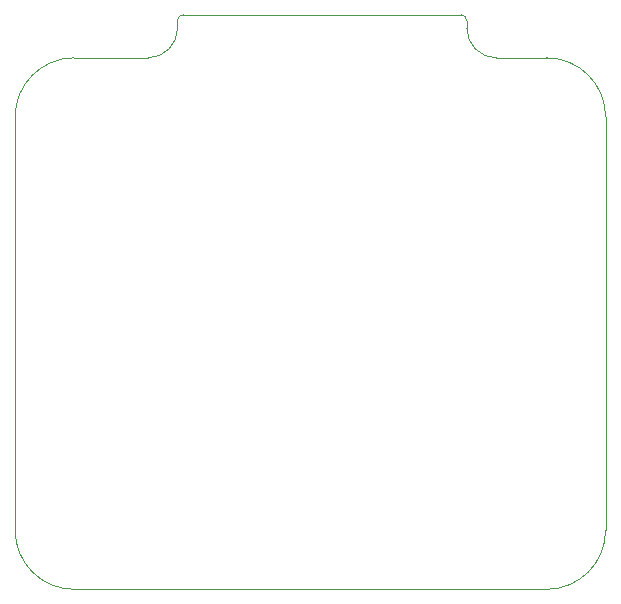
<source format=gm1>
G04 #@! TF.GenerationSoftware,KiCad,Pcbnew,(5.99.0-10089-gf88d39b4f0)*
G04 #@! TF.CreationDate,2021-04-05T01:24:08-04:00*
G04 #@! TF.ProjectId,BattlebotsController,42617474-6c65-4626-9f74-73436f6e7472,rev?*
G04 #@! TF.SameCoordinates,PXb795120PY57bcf00*
G04 #@! TF.FileFunction,Profile,NP*
%FSLAX46Y46*%
G04 Gerber Fmt 4.6, Leading zero omitted, Abs format (unit mm)*
G04 Created by KiCad (PCBNEW (5.99.0-10089-gf88d39b4f0)) date 2021-04-05 01:24:08*
%MOMM*%
%LPD*%
G01*
G04 APERTURE LIST*
G04 #@! TA.AperFunction,Profile*
%ADD10C,0.050000*%
G04 #@! TD*
G04 APERTURE END LIST*
D10*
X40750000Y45000000D02*
X45000000Y45000000D01*
X50000000Y40000000D02*
X50000000Y5000000D01*
X45000000Y0D02*
X5000000Y0D01*
X0Y5000000D02*
X0Y40000000D01*
X38250000Y47500000D02*
X38250000Y48146447D01*
X14250000Y48646447D02*
X37750000Y48646447D01*
X37750000Y48646447D02*
G75*
G02*
X38250000Y48146447I0J-500000D01*
G01*
X50000000Y5000000D02*
G75*
G02*
X45000000Y0I-5000000J0D01*
G01*
X14250000Y48646447D02*
G75*
G03*
X13750000Y48146447I0J-500000D01*
G01*
X11250001Y45000001D02*
X5000000Y45000000D01*
X5000000Y0D02*
G75*
G02*
X0Y5000000I0J5000000D01*
G01*
X13750000Y47500000D02*
G75*
G02*
X11250001Y45000001I-2499999J0D01*
G01*
X13750000Y47500000D02*
X13750000Y48146447D01*
X0Y40000000D02*
G75*
G02*
X5000000Y45000000I5000000J0D01*
G01*
X38250001Y47499999D02*
G75*
G03*
X40750000Y45000000I2499999J0D01*
G01*
X45000000Y45000000D02*
G75*
G02*
X50000000Y40000000I0J-5000000D01*
G01*
M02*

</source>
